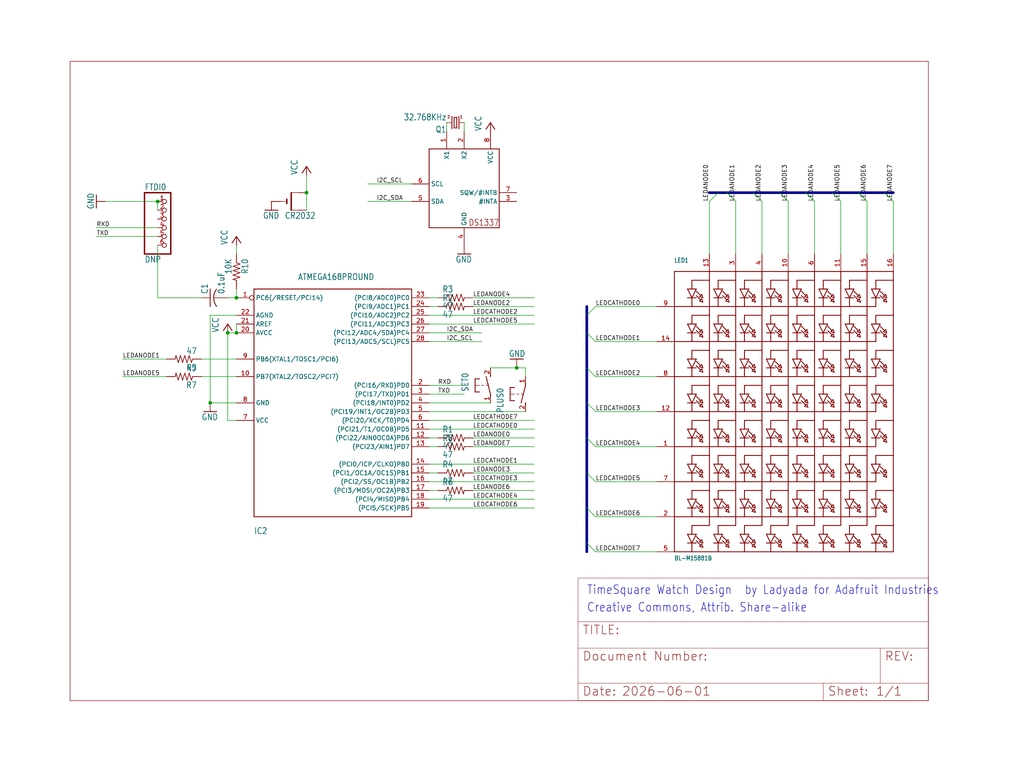
<source format=kicad_sch>
(kicad_sch (version 20230121) (generator eeschema)
  (paper "User" 297.002 223.571)
  (lib_symbols
    (symbol "working-eagle-import:31-XXSKINNY"
      (property "Reference" "S" (at -6.35 -1.905 90))
      (symbol "31-XXSKINNY_1_0"
        (pin passive line (at 0 -5.08 90) (length 2.54) (name "P") (number "1"))
        (pin passive line (at 0 5.08 270) (length 2.54) (name "S") (number "2"))
      )
    )
    (symbol "working-eagle-import:ATMEGA168PROUND"
      (property "Reference" "IC" (at -17.78 -40.64 0))
      (symbol "ATMEGA168PROUND_1_0"
        (pin bidirectional inverted (at -22.86 27.94 0) (length 5.08) (name "PC6(/RESET/PCI14)") (number "1"))
        (pin bidirectional line (at -22.86 5.08 0) (length 5.08) (name "PB7(XTAL2/TOSC2/PCI7)") (number "10"))
        (pin bidirectional line (at 33.02 -10.16 180) (length 5.08) (name "(PCI21/T1/OC0B)PD5") (number "11"))
        (pin bidirectional line (at 33.02 -12.7 180) (length 5.08) (name "(PCI22/AIN0OC0A)PD6") (number "12"))
        (pin bidirectional line (at 33.02 -15.24 180) (length 5.08) (name "(PCI23/AIN1)PD7") (number "13"))
        (pin bidirectional line (at 33.02 -20.32 180) (length 5.08) (name "(PCI0/ICP/CLKO)PB0") (number "14"))
        (pin bidirectional line (at 33.02 -22.86 180) (length 5.08) (name "(PCI1/OC1A/OC1S)PB1") (number "15"))
        (pin bidirectional line (at 33.02 -25.4 180) (length 5.08) (name "(PCI2/SS/OC1B)PB2") (number "16"))
        (pin bidirectional line (at 33.02 -27.94 180) (length 5.08) (name "(PCI3/MOSI/OC2A)PB3") (number "17"))
        (pin bidirectional line (at 33.02 -30.48 180) (length 5.08) (name "(PCI4/MISO)PB4") (number "18"))
        (pin bidirectional line (at 33.02 -33.02 180) (length 5.08) (name "(PCI5/SCK)PB5") (number "19"))
        (pin bidirectional line (at 33.02 2.54 180) (length 5.08) (name "(PCI16/RXD)PD0") (number "2"))
        (pin bidirectional line (at -22.86 17.78 0) (length 5.08) (name "AVCC") (number "20"))
        (pin bidirectional line (at -22.86 20.32 0) (length 5.08) (name "AREF") (number "21"))
        (pin bidirectional line (at -22.86 22.86 0) (length 5.08) (name "AGND") (number "22"))
        (pin bidirectional line (at 33.02 27.94 180) (length 5.08) (name "(PCI8/ADC0)PC0") (number "23"))
        (pin bidirectional line (at 33.02 25.4 180) (length 5.08) (name "(PCI9/ADC1)PC1") (number "24"))
        (pin bidirectional line (at 33.02 22.86 180) (length 5.08) (name "(PCI10/ADC2)PC2") (number "25"))
        (pin bidirectional line (at 33.02 20.32 180) (length 5.08) (name "(PCI11/ADC3)PC3") (number "26"))
        (pin bidirectional line (at 33.02 17.78 180) (length 5.08) (name "(PCI12/ADC4/SDA)PC4") (number "27"))
        (pin bidirectional line (at 33.02 15.24 180) (length 5.08) (name "(PCI13/ADC5/SCL)PC5") (number "28"))
        (pin bidirectional line (at 33.02 0 180) (length 5.08) (name "(PCI17/TXD)PD1") (number "3"))
        (pin bidirectional line (at 33.02 -2.54 180) (length 5.08) (name "(PCI18/INT0)PD2") (number "4"))
        (pin bidirectional line (at 33.02 -5.08 180) (length 5.08) (name "(PCI19/INT1/OC2B)PD3") (number "5"))
        (pin bidirectional line (at 33.02 -7.62 180) (length 5.08) (name "(PCI20/XCK/T0)PD4") (number "6"))
        (pin bidirectional line (at -22.86 -7.62 0) (length 5.08) (name "VCC") (number "7"))
        (pin bidirectional line (at -22.86 -2.54 0) (length 5.08) (name "GND") (number "8"))
        (pin bidirectional line (at -22.86 10.16 0) (length 5.08) (name "PB6(XTAL1/TOSC1/PCI6)") (number "9"))
      )
    )
    (symbol "working-eagle-import:C-US025-025X050"
      (property "Reference" "C" (at 1.016 0.635 0))
      (symbol "C-US025-025X050_1_0"
        (pin passive line (at 0 2.54 270) (length 2.54) (name "1") (number "1"))
        (pin passive line (at 0 -5.08 90) (length 2.54) (name "2") (number "2"))
      )
    )
    (symbol "working-eagle-import:CR2032THM"
      (symbol "CR2032THM_1_0"
        (pin passive line (at 5.08 2.54 180) (length 2.54) (name "+") (number "+1"))
        (pin passive line (at 5.08 -2.54 180) (length 2.54) (name "+1") (number "+2"))
        (pin passive line (at -5.08 0 0) (length 2.54) (name "-") (number "-"))
      )
    )
    (symbol "working-eagle-import:CRYSTALTC38H"
      (property "Reference" "Q" (at 2.54 1.016 0))
      (symbol "CRYSTALTC38H_1_0"
        (text "1" (at -2.159 -1.143 0) (effects (font (size 0.8636 0.734)) (justify left bottom)))
        (text "2" (at 1.524 -1.143 0) (effects (font (size 0.8636 0.734)) (justify left bottom)))
        (pin passive line (at -2.54 0 0) (length 0) (name "1") (number "1"))
        (pin passive line (at 2.54 0 180) (length 0) (name "2") (number "2"))
      )
    )
    (symbol "working-eagle-import:DS1337"
      (symbol "DS1337_1_0"
        (text "DS1337" (at 10.16 -10.16 0) (effects (font (size 1.778 1.5113)) (justify right top)))
        (pin passive line (at -5.08 15.24 270) (length 5.08) (name "X1") (number "1"))
        (pin passive line (at 0 15.24 270) (length 5.08) (name "X2") (number "2"))
        (pin output line (at 15.24 -5.08 180) (length 5.08) (name "#INTA") (number "3"))
        (pin power_in line (at 0 -17.78 90) (length 5.08) (name "GND") (number "4"))
        (pin bidirectional line (at -15.24 -5.08 0) (length 5.08) (name "SDA") (number "5"))
        (pin bidirectional line (at -15.24 0 0) (length 5.08) (name "SCL") (number "6"))
        (pin output line (at 15.24 -2.54 180) (length 5.08) (name "SQW/#INTB") (number "7"))
        (pin power_in line (at 7.62 15.24 270) (length 5.08) (name "VCC") (number "8"))
      )
    )
    (symbol "working-eagle-import:GND" (power)
      (property "Value" "GND" (at -2.54 -2.54 0))
      (symbol "GND_1_0"
        (pin power_in line (at 0 2.54 270) (length 2.54) (name "GND") (number "1"))
      )
    )
    (symbol "working-eagle-import:LETTER_L"
      (symbol "LETTER_L_2_0"
        (text "${#}/${##}" (at 86.36 1.27 0) (effects (font (size 2.54 2.54)) (justify left bottom)))
        (text "${CURRENT_DATE}" (at 12.7 1.27 0) (effects (font (size 2.54 2.54)) (justify left bottom)))
        (text "${PROJECTNAME}" (at 17.78 19.05 0) (effects (font (size 2.54 2.54)) (justify left bottom)))
        (text "Date:" (at 1.27 1.27 0) (effects (font (size 2.54 2.54)) (justify left bottom)))
        (text "Document Number:" (at 1.27 11.43 0) (effects (font (size 2.54 2.54)) (justify left bottom)))
        (text "REV:" (at 88.9 11.43 0) (effects (font (size 2.54 2.54)) (justify left bottom)))
        (text "Sheet:" (at 72.39 1.27 0) (effects (font (size 2.54 2.54)) (justify left bottom)))
        (text "TITLE:" (at 1.27 19.05 0) (effects (font (size 2.54 2.54)) (justify left bottom)))
      )
    )
    (symbol "working-eagle-import:PINHD-1X6CLEAN"
      (property "Reference" "JP" (at -6.35 10.795 0))
      (symbol "PINHD-1X6CLEAN_1_0"
        (pin passive inverted (at -2.54 7.62 0) (length 2.54) (name "1") (number "1"))
        (pin passive inverted (at -2.54 5.08 0) (length 2.54) (name "2") (number "2"))
        (pin passive inverted (at -2.54 2.54 0) (length 2.54) (name "3") (number "3"))
        (pin passive inverted (at -2.54 0 0) (length 2.54) (name "4") (number "4"))
        (pin passive inverted (at -2.54 -2.54 0) (length 2.54) (name "5") (number "5"))
        (pin passive inverted (at -2.54 -5.08 0) (length 2.54) (name "6") (number "6"))
      )
    )
    (symbol "working-eagle-import:R-US_0204/7"
      (property "Reference" "R" (at -3.81 1.4986 0))
      (symbol "R-US_0204/7_1_0"
        (pin passive line (at -5.08 0 0) (length 2.54) (name "1") (number "1"))
        (pin passive line (at 5.08 0 180) (length 2.54) (name "2") (number "2"))
      )
    )
    (symbol "working-eagle-import:SEGMENT_8X8_ROWCATHODEBL-M15"
      (property "Reference" "LED" (at -33.02 45.72 0))
      (symbol "SEGMENT_8X8_ROWCATHODEBL-M15_1_0"
        (pin bidirectional line (at -38.1 -7.62 0) (length 5.08) (name "K5") (number "1"))
        (pin bidirectional line (at 0 48.26 270) (length 5.08) (name "A4") (number "10"))
        (pin bidirectional line (at 15.24 48.26 270) (length 5.08) (name "A6") (number "11"))
        (pin bidirectional line (at -38.1 2.54 0) (length 5.08) (name "K4") (number "12"))
        (pin bidirectional line (at -22.86 48.26 270) (length 5.08) (name "A1") (number "13"))
        (pin bidirectional line (at -38.1 22.86 0) (length 5.08) (name "K2") (number "14"))
        (pin bidirectional line (at 22.86 48.26 270) (length 5.08) (name "A7") (number "15"))
        (pin bidirectional line (at 30.48 48.26 270) (length 5.08) (name "A8") (number "16"))
        (pin bidirectional line (at -38.1 -27.94 0) (length 5.08) (name "K7") (number "2"))
        (pin bidirectional line (at -15.24 48.26 270) (length 5.08) (name "A2") (number "3"))
        (pin bidirectional line (at -7.62 48.26 270) (length 5.08) (name "A3") (number "4"))
        (pin bidirectional line (at -38.1 -38.1 0) (length 5.08) (name "K8") (number "5"))
        (pin bidirectional line (at 7.62 48.26 270) (length 5.08) (name "A5") (number "6"))
        (pin bidirectional line (at -38.1 -17.78 0) (length 5.08) (name "K6") (number "7"))
        (pin bidirectional line (at -38.1 12.7 0) (length 5.08) (name "K3") (number "8"))
        (pin bidirectional line (at -38.1 33.02 0) (length 5.08) (name "K1") (number "9"))
      )
    )
    (symbol "working-eagle-import:VCC" (power)
      (property "Value" "VCC" (at -2.54 -2.54 90))
      (symbol "VCC_1_0"
        (pin power_in line (at 0 -2.54 90) (length 2.54) (name "VCC") (number "1"))
      )
    )
  )
  (junction (at 60.96 116.84))
  (junction (at 68.58 86.36))
  (junction (at 88.9 55.88))
  (junction (at 149.86 106.68))
  (junction (at 66.04 96.52))
  (junction (at 45.72 58.42))
  (junction (at 68.58 96.52))
  (bus_entry (at 205.74 58.42) (size 2.54 -2.54))
  (bus_entry (at 251.46 58.42) (size -2.54 -2.54))
  (bus_entry (at 236.22 58.42) (size -2.54 -2.54))
  (bus_entry (at 220.98 58.42) (size -2.54 -2.54))
  (bus_entry (at 172.72 109.22) (size -2.54 -2.54))
  (bus_entry (at 172.72 99.06) (size -2.54 -2.54))
  (bus_entry (at 172.72 149.86) (size -2.54 -2.54))
  (bus_entry (at 213.36 58.42) (size -2.54 -2.54))
  (bus_entry (at 172.72 129.54) (size -2.54 -2.54))
  (bus_entry (at 172.72 160.02) (size -2.54 -2.54))
  (bus_entry (at 172.72 88.9) (size -2.54 2.54))
  (bus_entry (at 243.84 58.42) (size -2.54 -2.54))
  (bus_entry (at 228.6 58.42) (size -2.54 -2.54))
  (bus_entry (at 259.08 58.42) (size -2.54 -2.54))
  (bus_entry (at 172.72 139.7) (size -2.54 -2.54))
  (bus_entry (at 172.72 119.38) (size -2.54 -2.54))
  (bus (pts (xy 170.18 157.48) (xy 170.18 160.02)) (stroke (width 0.762)))
  (wire (pts (xy 60.96 91.44) (xy 60.96 116.84)) (stroke (width 0.1524)))
  (wire (pts (xy 124.46 144.78) (xy 154.94 144.78)) (stroke (width 0.1524)))
  (wire (pts (xy 127 129.54) (xy 124.46 129.54)) (stroke (width 0.1524)))
  (wire (pts (xy 127 88.9) (xy 124.46 88.9)) (stroke (width 0.1524)))
  (wire (pts (xy 45.72 68.58) (xy 27.94 68.58)) (stroke (width 0.1524)))
  (wire (pts (xy 243.84 58.42) (xy 243.84 73.66)) (stroke (width 0.1524)))
  (wire (pts (xy 124.46 121.92) (xy 154.94 121.92)) (stroke (width 0.1524)))
  (wire (pts (xy 137.16 129.54) (xy 154.94 129.54)) (stroke (width 0.1524)))
  (wire (pts (xy 220.98 58.42) (xy 220.98 73.66)) (stroke (width 0.1524)))
  (wire (pts (xy 48.26 109.22) (xy 35.56 109.22)) (stroke (width 0.1524)))
  (wire (pts (xy 127 142.24) (xy 124.46 142.24)) (stroke (width 0.1524)))
  (wire (pts (xy 68.58 83.82) (xy 68.58 86.36)) (stroke (width 0.1524)))
  (bus (pts (xy 233.68 55.88) (xy 241.3 55.88)) (stroke (width 0.762)))
  (bus (pts (xy 210.82 55.88) (xy 218.44 55.88)) (stroke (width 0.762)))
  (wire (pts (xy 45.72 86.36) (xy 58.42 86.36)) (stroke (width 0.1524)))
  (bus (pts (xy 170.18 127) (xy 170.18 137.16)) (stroke (width 0.762)))
  (wire (pts (xy 134.62 35.56) (xy 134.62 38.1)) (stroke (width 0.1524)))
  (wire (pts (xy 228.6 58.42) (xy 228.6 73.66)) (stroke (width 0.1524)))
  (wire (pts (xy 149.86 106.68) (xy 152.4 106.68)) (stroke (width 0.1524)))
  (wire (pts (xy 129.54 35.56) (xy 129.54 38.1)) (stroke (width 0.1524)))
  (wire (pts (xy 124.46 137.16) (xy 127 137.16)) (stroke (width 0.1524)))
  (wire (pts (xy 172.72 139.7) (xy 190.5 139.7)) (stroke (width 0.1524)))
  (wire (pts (xy 124.46 91.44) (xy 154.94 91.44)) (stroke (width 0.1524)))
  (bus (pts (xy 241.3 55.88) (xy 248.92 55.88)) (stroke (width 0.762)))
  (bus (pts (xy 256.54 55.88) (xy 259.08 55.88)) (stroke (width 0.762)))
  (wire (pts (xy 124.46 93.98) (xy 154.94 93.98)) (stroke (width 0.1524)))
  (wire (pts (xy 68.58 73.66) (xy 68.58 71.12)) (stroke (width 0.1524)))
  (wire (pts (xy 137.16 88.9) (xy 154.94 88.9)) (stroke (width 0.1524)))
  (wire (pts (xy 66.04 86.36) (xy 68.58 86.36)) (stroke (width 0.1524)))
  (bus (pts (xy 205.74 55.88) (xy 208.28 55.88)) (stroke (width 0.762)))
  (wire (pts (xy 236.22 58.42) (xy 236.22 73.66)) (stroke (width 0.1524)))
  (wire (pts (xy 124.46 134.62) (xy 154.94 134.62)) (stroke (width 0.1524)))
  (wire (pts (xy 60.96 91.44) (xy 68.58 91.44)) (stroke (width 0.1524)))
  (bus (pts (xy 170.18 96.52) (xy 170.18 106.68)) (stroke (width 0.762)))
  (wire (pts (xy 68.58 93.98) (xy 68.58 96.52)) (stroke (width 0.1524)))
  (wire (pts (xy 137.16 127) (xy 154.94 127)) (stroke (width 0.1524)))
  (wire (pts (xy 172.72 99.06) (xy 190.5 99.06)) (stroke (width 0.1524)))
  (wire (pts (xy 124.46 114.3) (xy 134.62 114.3)) (stroke (width 0.1524)))
  (wire (pts (xy 152.4 106.68) (xy 152.4 109.22)) (stroke (width 0.1524)))
  (bus (pts (xy 170.18 147.32) (xy 170.18 157.48)) (stroke (width 0.762)))
  (wire (pts (xy 30.48 58.42) (xy 45.72 58.42)) (stroke (width 0.1524)))
  (bus (pts (xy 218.44 55.88) (xy 226.06 55.88)) (stroke (width 0.762)))
  (wire (pts (xy 172.72 129.54) (xy 190.5 129.54)) (stroke (width 0.1524)))
  (wire (pts (xy 124.46 119.38) (xy 152.4 119.38)) (stroke (width 0.1524)))
  (wire (pts (xy 119.38 58.42) (xy 106.68 58.42)) (stroke (width 0.1524)))
  (bus (pts (xy 248.92 55.88) (xy 256.54 55.88)) (stroke (width 0.762)))
  (bus (pts (xy 170.18 116.84) (xy 170.18 127)) (stroke (width 0.762)))
  (bus (pts (xy 208.28 55.88) (xy 210.82 55.88)) (stroke (width 0.762)))
  (wire (pts (xy 124.46 147.32) (xy 154.94 147.32)) (stroke (width 0.1524)))
  (wire (pts (xy 45.72 71.12) (xy 45.72 86.36)) (stroke (width 0.1524)))
  (wire (pts (xy 66.04 96.52) (xy 66.04 121.92)) (stroke (width 0.1524)))
  (wire (pts (xy 58.42 104.14) (xy 68.58 104.14)) (stroke (width 0.1524)))
  (wire (pts (xy 137.16 142.24) (xy 154.94 142.24)) (stroke (width 0.1524)))
  (wire (pts (xy 68.58 109.22) (xy 58.42 109.22)) (stroke (width 0.1524)))
  (wire (pts (xy 127 127) (xy 124.46 127)) (stroke (width 0.1524)))
  (wire (pts (xy 124.46 111.76) (xy 134.62 111.76)) (stroke (width 0.1524)))
  (wire (pts (xy 213.36 58.42) (xy 213.36 73.66)) (stroke (width 0.1524)))
  (wire (pts (xy 251.46 58.42) (xy 251.46 73.66)) (stroke (width 0.1524)))
  (wire (pts (xy 172.72 88.9) (xy 190.5 88.9)) (stroke (width 0.1524)))
  (bus (pts (xy 170.18 137.16) (xy 170.18 147.32)) (stroke (width 0.762)))
  (wire (pts (xy 68.58 96.52) (xy 66.04 96.52)) (stroke (width 0.1524)))
  (bus (pts (xy 170.18 91.44) (xy 170.18 96.52)) (stroke (width 0.762)))
  (wire (pts (xy 172.72 149.86) (xy 190.5 149.86)) (stroke (width 0.1524)))
  (wire (pts (xy 66.04 121.92) (xy 68.58 121.92)) (stroke (width 0.1524)))
  (wire (pts (xy 124.46 99.06) (xy 139.7 99.06)) (stroke (width 0.1524)))
  (wire (pts (xy 88.9 50.8) (xy 88.9 55.88)) (stroke (width 0.1524)))
  (wire (pts (xy 172.72 119.38) (xy 190.5 119.38)) (stroke (width 0.1524)))
  (wire (pts (xy 119.38 53.34) (xy 106.68 53.34)) (stroke (width 0.1524)))
  (wire (pts (xy 127 86.36) (xy 124.46 86.36)) (stroke (width 0.1524)))
  (wire (pts (xy 45.72 60.96) (xy 45.72 58.42)) (stroke (width 0.1524)))
  (wire (pts (xy 259.08 58.42) (xy 259.08 73.66)) (stroke (width 0.1524)))
  (wire (pts (xy 205.74 58.42) (xy 205.74 73.66)) (stroke (width 0.1524)))
  (wire (pts (xy 88.9 55.88) (xy 88.9 60.96)) (stroke (width 0.1524)))
  (bus (pts (xy 170.18 88.9) (xy 170.18 91.44)) (stroke (width 0.762)))
  (wire (pts (xy 137.16 86.36) (xy 154.94 86.36)) (stroke (width 0.1524)))
  (wire (pts (xy 124.46 124.46) (xy 154.94 124.46)) (stroke (width 0.1524)))
  (bus (pts (xy 226.06 55.88) (xy 233.68 55.88)) (stroke (width 0.762)))
  (wire (pts (xy 48.26 104.14) (xy 35.56 104.14)) (stroke (width 0.1524)))
  (wire (pts (xy 124.46 139.7) (xy 154.94 139.7)) (stroke (width 0.1524)))
  (wire (pts (xy 137.16 137.16) (xy 154.94 137.16)) (stroke (width 0.1524)))
  (wire (pts (xy 60.96 116.84) (xy 68.58 116.84)) (stroke (width 0.1524)))
  (bus (pts (xy 170.18 106.68) (xy 170.18 116.84)) (stroke (width 0.762)))
  (wire (pts (xy 172.72 160.02) (xy 190.5 160.02)) (stroke (width 0.1524)))
  (wire (pts (xy 172.72 109.22) (xy 190.5 109.22)) (stroke (width 0.1524)))
  (wire (pts (xy 142.24 106.68) (xy 149.86 106.68)) (stroke (width 0.1524)))
  (wire (pts (xy 124.46 96.52) (xy 139.7 96.52)) (stroke (width 0.1524)))
  (wire (pts (xy 124.46 116.84) (xy 142.24 116.84)) (stroke (width 0.1524)))
  (wire (pts (xy 45.72 66.04) (xy 27.94 66.04)) (stroke (width 0.1524)))
  (text "TimeSquare Watch Design" (at 170.18 172.72 0) (effects (font (size 2.54 2.159)) (justify left bottom)))
  (text "by Ladyada for Adafruit Industries" (at 215.9 172.72 0) (effects (font (size 2.54 2.159)) (justify left bottom)))
  (text "Creative Commons, Attrib. Share-alike" (at 170.18 177.8 0) (effects (font (size 2.54 2.159)) (justify left bottom)))
  (label "LEDCATHODE6" (at 137.16 147.32 0) (effects (font (size 1.2446 1.2446))))
  (label "LEDANODE3" (at 137.16 137.16 0) (effects (font (size 1.2446 1.2446))))
  (label "LEDANODE6" (at 137.16 142.24 0) (effects (font (size 1.2446 1.2446))))
  (label "LEDANODE2" (at 220.98 58.42 90) (effects (font (size 1.2446 1.2446))))
  (label "LEDANODE5" (at 35.56 109.22 0) (effects (font (size 1.2446 1.2446))))
  (label "LEDANODE2" (at 137.16 88.9 0) (effects (font (size 1.2446 1.2446))))
  (label "LEDANODE4" (at 137.16 86.36 0) (effects (font (size 1.2446 1.2446))))
  (label "LEDCATHODE5" (at 137.16 93.98 0) (effects (font (size 1.2446 1.2446))))
  (label "LEDCATHODE3" (at 137.16 139.7 0) (effects (font (size 1.2446 1.2446))))
  (label "LEDCATHODE5" (at 172.72 139.7 0) (effects (font (size 1.2446 1.2446))))
  (label "LEDCATHODE2" (at 137.16 91.44 0) (effects (font (size 1.2446 1.2446))))
  (label "I2C_SCL" (at 109.22 53.34 0) (effects (font (size 1.2446 1.2446))))
  (label "LEDANODE0" (at 205.74 58.42 90) (effects (font (size 1.2446 1.2446))))
  (label "LEDANODE3" (at 228.6 58.42 90) (effects (font (size 1.2446 1.2446))))
  (label "LEDANODE4" (at 236.22 58.42 90) (effects (font (size 1.2446 1.2446))))
  (label "LEDCATHODE4" (at 172.72 129.54 0) (effects (font (size 1.2446 1.2446))))
  (label "LEDANODE7" (at 259.08 58.42 90) (effects (font (size 1.2446 1.2446))))
  (label "LEDCATHODE7" (at 137.16 121.92 0) (effects (font (size 1.2446 1.2446))))
  (label "I2C_SDA" (at 109.22 58.42 0) (effects (font (size 1.2446 1.2446))))
  (label "LEDCATHODE0" (at 137.16 124.46 0) (effects (font (size 1.2446 1.2446))))
  (label "LEDCATHODE1" (at 172.72 99.06 0) (effects (font (size 1.2446 1.2446))))
  (label "LEDCATHODE2" (at 172.72 109.22 0) (effects (font (size 1.2446 1.2446))))
  (label "I2C_SDA" (at 129.54 96.52 0) (effects (font (size 1.2446 1.2446))))
  (label "RXD" (at 127 111.76 0) (effects (font (size 1.2446 1.2446))))
  (label "LEDCATHODE1" (at 137.16 134.62 0) (effects (font (size 1.2446 1.2446))))
  (label "TXD" (at 127 114.3 0) (effects (font (size 1.2446 1.2446))))
  (label "LEDCATHODE0" (at 172.72 88.9 0) (effects (font (size 1.2446 1.2446))))
  (label "LEDANODE5" (at 243.84 58.42 90) (effects (font (size 1.2446 1.2446))))
  (label "RXD" (at 27.94 66.04 0) (effects (font (size 1.2446 1.2446))))
  (label "TXD" (at 27.94 68.58 0) (effects (font (size 1.2446 1.2446))))
  (label "LEDCATHODE3" (at 172.72 119.38 0) (effects (font (size 1.2446 1.2446))))
  (label "LEDANODE7" (at 137.16 129.54 0) (effects (font (size 1.2446 1.2446))))
  (label "LEDANODE6" (at 251.46 58.42 90) (effects (font (size 1.2446 1.2446))))
  (label "I2C_SCL" (at 129.54 99.06 0) (effects (font (size 1.2446 1.2446))))
  (label "LEDANODE0" (at 137.16 127 0) (effects (font (size 1.2446 1.2446))))
  (label "LEDCATHODE6" (at 172.72 149.86 0) (effects (font (size 1.2446 1.2446))))
  (label "LEDANODE1" (at 213.36 58.42 90) (effects (font (size 1.2446 1.2446))))
  (label "LEDANODE1" (at 35.56 104.14 0) (effects (font (size 1.2446 1.2446))))
  (label "LEDCATHODE4" (at 137.16 144.78 0) (effects (font (size 1.2446 1.2446))))
  (label "LEDCATHODE7" (at 172.72 160.02 0) (effects (font (size 1.2446 1.2446))))
  (symbol (lib_id "working-eagle-import:C-US025-025X050") (at 60.96 86.36 90) (unit 1)
    (property "Reference" "C1" (at 60.325 85.344 0) (effects (font (size 1.778 1.5113)) (justify left bottom)))
    (property "Value" "0.1uF" (at 65.151 85.344 0) (effects (font (size 1.778 1.5113)) (justify left bottom)))
    (property "Footprint" "working:C025-025X050" (effects hide))
  )
  (symbol (lib_id "working-eagle-import:SEGMENT_8X8_ROWCATHODEBL-M15") (at 228.6 121.92 0) (unit 1)
    (property "Reference" "LED1" (at 195.58 76.2 0) (effects (font (size 1.27 1.0795)) (justify left bottom)))
    (property "Value" "BL-M15881B" (at 195.58 162.56 0) (effects (font (size 1.27 1.0795)) (justify left bottom)))
    (property "Footprint" "working:SEGMENT_BL-M15A881" (effects hide))
  )
  (symbol (lib_id "working-eagle-import:R-US_0204/7") (at 132.08 86.36 0) (unit 1)
    (property "Reference" "R3" (at 128.27 84.8614 0) (effects (font (size 1.778 1.5113)) (justify left bottom)))
    (property "Value" "47" (at 128.27 89.662 0) (effects (font (size 1.778 1.5113)) (justify left bottom)))
    (property "Footprint" "working:0204_7" (effects hide))
  )
  (symbol (lib_id "working-eagle-import:CR2032THM") (at 83.82 58.42 0) (unit 1)
    (property "Reference" "BATT0" (effects hide))
    (property "Value" "CR2032" (at 82.55 63.5 0) (effects (font (size 1.778 1.5113)) (justify left bottom)))
    (property "Footprint" "working:CR2032-THRU" (effects hide))
  )
  (symbol (lib_id "working-eagle-import:GND") (at 27.94 58.42 270) (unit 1)
    (property "Reference" "#GND4" (effects hide))
    (property "Value" "GND" (at 25.4 55.88 0) (effects (font (size 1.778 1.5113)) (justify left bottom)))
  )
  (symbol (lib_id "working-eagle-import:PINHD-1X6CLEAN") (at 48.26 66.04 0) (unit 1)
    (property "Reference" "FTDI0" (at 41.91 55.245 0) (effects (font (size 1.778 1.5113)) (justify left bottom)))
    (property "Value" "DNP" (at 41.91 76.2 0) (effects (font (size 1.778 1.5113)) (justify left bottom)))
    (property "Footprint" "working:1X06-CLEAN" (effects hide))
  )
  (symbol (lib_id "working-eagle-import:VCC") (at 68.58 68.58 0) (unit 1)
    (property "Reference" "#P+6" (effects hide))
    (property "Value" "VCC" (at 66.04 71.12 90) (effects (font (size 1.778 1.5113)) (justify left bottom)))
  )
  (symbol (lib_id "working-eagle-import:R-US_0204/7") (at 53.34 109.22 180) (unit 1)
    (property "Reference" "R7" (at 57.15 110.7186 0) (effects (font (size 1.778 1.5113)) (justify left bottom)))
    (property "Value" "47" (at 57.15 105.918 0) (effects (font (size 1.778 1.5113)) (justify left bottom)))
    (property "Footprint" "working:0204_7" (effects hide))
  )
  (symbol (lib_id "working-eagle-import:R-US_0204/7") (at 132.08 137.16 0) (unit 1)
    (property "Reference" "R4" (at 128.27 135.6614 0) (effects (font (size 1.778 1.5113)) (justify left bottom)))
    (property "Value" "47" (at 128.27 140.462 0) (effects (font (size 1.778 1.5113)) (justify left bottom)))
    (property "Footprint" "working:0204_7" (effects hide))
  )
  (symbol (lib_id "working-eagle-import:R-US_0204/7") (at 132.08 142.24 0) (unit 1)
    (property "Reference" "R6" (at 128.27 140.7414 0) (effects (font (size 1.778 1.5113)) (justify left bottom)))
    (property "Value" "47" (at 128.27 145.542 0) (effects (font (size 1.778 1.5113)) (justify left bottom)))
    (property "Footprint" "working:0204_7" (effects hide))
  )
  (symbol (lib_id "working-eagle-import:R-US_0204/7") (at 132.08 88.9 0) (unit 1)
    (property "Reference" "R2" (at 128.27 87.4014 0) (effects (font (size 1.778 1.5113)) (justify left bottom)))
    (property "Value" "47" (at 128.27 92.202 0) (effects (font (size 1.778 1.5113)) (justify left bottom)))
    (property "Footprint" "working:0204_7" (effects hide))
  )
  (symbol (lib_id "working-eagle-import:VCC") (at 142.24 35.56 0) (unit 1)
    (property "Reference" "#P+4" (effects hide))
    (property "Value" "VCC" (at 139.7 38.1 90) (effects (font (size 1.778 1.5113)) (justify left bottom)))
  )
  (symbol (lib_id "working-eagle-import:ATMEGA168PROUND") (at 91.44 114.3 0) (unit 1)
    (property "Reference" "IC2" (at 73.66 154.94 0) (effects (font (size 1.778 1.5113)) (justify left bottom)))
    (property "Value" "ATMEGA168PROUND" (at 86.36 81.28 0) (effects (font (size 1.778 1.5113)) (justify left bottom)))
    (property "Footprint" "working:DIL28-3-ROUND" (effects hide))
  )
  (symbol (lib_id "working-eagle-import:VCC") (at 66.04 93.98 0) (unit 1)
    (property "Reference" "#P+2" (effects hide))
    (property "Value" "VCC" (at 63.5 96.52 90) (effects (font (size 1.778 1.5113)) (justify left bottom)))
  )
  (symbol (lib_id "working-eagle-import:R-US_0204/7") (at 132.08 127 0) (unit 1)
    (property "Reference" "R1" (at 128.27 125.5014 0) (effects (font (size 1.778 1.5113)) (justify left bottom)))
    (property "Value" "47" (at 128.27 130.302 0) (effects (font (size 1.778 1.5113)) (justify left bottom)))
    (property "Footprint" "working:0204_7" (effects hide))
  )
  (symbol (lib_id "working-eagle-import:31-XXSKINNY") (at 152.4 114.3 0) (mirror x) (unit 1)
    (property "Reference" "PLUS0" (at 146.05 112.395 90) (effects (font (size 1.778 1.5113)) (justify left bottom)))
    (property "Value" "31-XXSKINNY" (effects hide))
    (property "Footprint" "working:B3F-31XX-SKINNIER" (effects hide))
  )
  (symbol (lib_id "working-eagle-import:DS1337") (at 134.62 53.34 0) (unit 1)
    (property "Reference" "IC1" (effects hide))
    (property "Value" "DS1337" (effects hide))
    (property "Footprint" "working:DIL08-ROUND" (effects hide))
  )
  (symbol (lib_id "working-eagle-import:R-US_0204/7") (at 53.34 104.14 180) (unit 1)
    (property "Reference" "R5" (at 57.15 105.6386 0) (effects (font (size 1.778 1.5113)) (justify left bottom)))
    (property "Value" "47" (at 57.15 100.838 0) (effects (font (size 1.778 1.5113)) (justify left bottom)))
    (property "Footprint" "working:0204_7" (effects hide))
  )
  (symbol (lib_id "working-eagle-import:GND") (at 149.86 104.14 180) (unit 1)
    (property "Reference" "#GND6" (effects hide))
    (property "Value" "GND" (at 152.4 101.6 0) (effects (font (size 1.778 1.5113)) (justify left bottom)))
  )
  (symbol (lib_id "working-eagle-import:GND") (at 134.62 73.66 0) (unit 1)
    (property "Reference" "#GND3" (effects hide))
    (property "Value" "GND" (at 132.08 76.2 0) (effects (font (size 1.778 1.5113)) (justify left bottom)))
  )
  (symbol (lib_id "working-eagle-import:GND") (at 78.74 60.96 0) (unit 1)
    (property "Reference" "#GND5" (effects hide))
    (property "Value" "GND" (at 76.2 63.5 0) (effects (font (size 1.778 1.5113)) (justify left bottom)))
  )
  (symbol (lib_id "working-eagle-import:CRYSTALTC38H") (at 132.08 35.56 180) (unit 1)
    (property "Reference" "Q1" (at 129.54 36.576 0) (effects (font (size 1.778 1.5113)) (justify left bottom)))
    (property "Value" "32.768KHz" (at 129.54 33.02 0) (effects (font (size 1.778 1.5113)) (justify left bottom)))
    (property "Footprint" "working:TC38H" (effects hide))
  )
  (symbol (lib_id "working-eagle-import:LETTER_L") (at 167.64 203.2 0) (unit 2)
    (property "Reference" "#FRAME1" (effects hide))
    (property "Value" "LETTER_L" (effects hide))
  )
  (symbol (lib_id "working-eagle-import:LETTER_L") (at 20.32 203.2 0) (unit 1)
    (property "Reference" "#FRAME1" (effects hide))
    (property "Value" "LETTER_L" (effects hide))
  )
  (symbol (lib_id "working-eagle-import:VCC") (at 88.9 48.26 0) (unit 1)
    (property "Reference" "#P+5" (effects hide))
    (property "Value" "VCC" (at 86.36 50.8 90) (effects (font (size 1.778 1.5113)) (justify left bottom)))
  )
  (symbol (lib_id "working-eagle-import:GND") (at 60.96 119.38 0) (unit 1)
    (property "Reference" "#GND1" (effects hide))
    (property "Value" "GND" (at 58.42 121.92 0) (effects (font (size 1.778 1.5113)) (justify left bottom)))
  )
  (symbol (lib_id "working-eagle-import:R-US_0204/7") (at 68.58 78.74 270) (unit 1)
    (property "Reference" "R10" (at 70.0786 74.93 0) (effects (font (size 1.778 1.5113)) (justify left bottom)))
    (property "Value" "10K" (at 65.278 74.93 0) (effects (font (size 1.778 1.5113)) (justify left bottom)))
    (property "Footprint" "working:0204_7" (effects hide))
  )
  (symbol (lib_id "working-eagle-import:R-US_0204/7") (at 132.08 129.54 0) (unit 1)
    (property "Reference" "R8" (at 128.27 128.0414 0) (effects (font (size 1.778 1.5113)) (justify left bottom)))
    (property "Value" "47" (at 128.27 132.842 0) (effects (font (size 1.778 1.5113)) (justify left bottom)))
    (property "Footprint" "working:0204_7" (effects hide))
  )
  (symbol (lib_id "working-eagle-import:31-XXSKINNY") (at 142.24 111.76 0) (unit 1)
    (property "Reference" "SET0" (at 135.89 113.665 90) (effects (font (size 1.778 1.5113)) (justify left bottom)))
    (property "Value" "31-XXSKINNY" (effects hide))
    (property "Footprint" "working:B3F-31XX-SKINNIER" (effects hide))
  )
)
</source>
